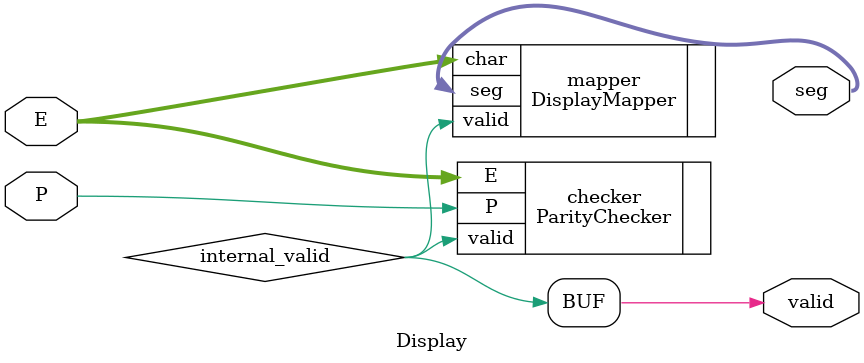
<source format=v>
/*Combina o verificador de paridade e o mapeador de display.*/

module Display(
    input [4:0] E,       // Entradas E1-E5
    input P,             // Bit de paridade
    output [6:0] seg,    // Segmentos do display: A-G
    output valid         // Validade da paridade
);
    wire internal_valid; // Sinal interno para conectar os módulos

    ParityChecker checker (
        .E(E), 
        .P(P), 
        .valid(internal_valid)
    );

    DisplayMapper mapper (
        .char(E), 
        .valid(internal_valid), 
        .seg(seg)
    );

    assign valid = internal_valid; // Passa o sinal de validade para fora do módulo
endmodule
</source>
